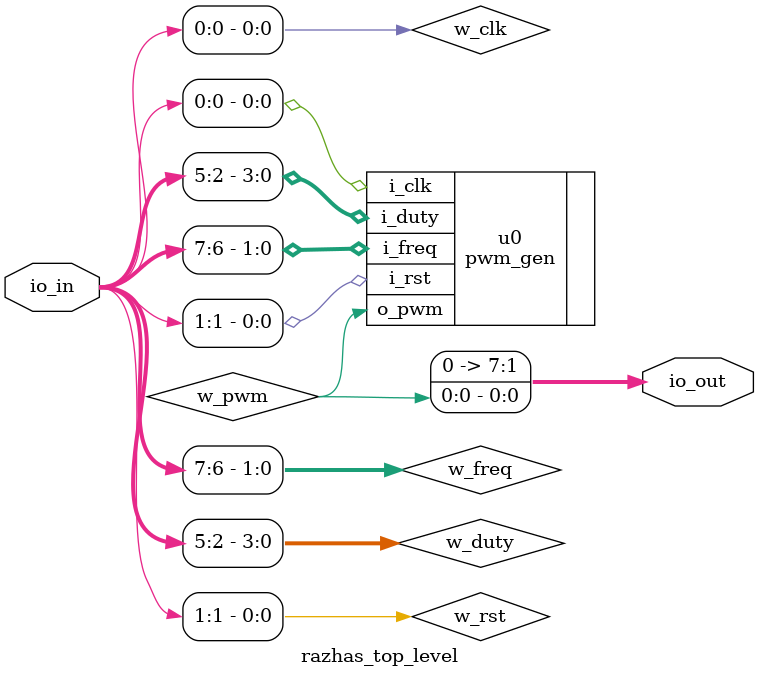
<source format=v>
module razhas_top_level 
  (
    input   [7:0] io_in, 
    output  [7:0] io_out
  );

  wire        w_clk = io_in[0];
  wire        w_rst = io_in[1];
  wire  [3:0] w_duty = io_in[5:2]; // selects pwm signal duty cycle: 0% to 100% in increments of 10%. Values of 11-15 treated as 100%.
  wire  [1:0] w_freq = io_in[7:6]; // selects pwm signal frequency: 156.25 Hz, 312.5 Hz, 625 Hz, or 1250 Hz.
  wire        w_pwm; // pwm signal

  assign io_out = {7'b0000000, w_pwm};

  pwm_gen   u0 (.i_clk(w_clk), .i_rst(w_rst), .i_duty(w_duty), .i_freq(w_freq), .o_pwm(w_pwm));

endmodule
</source>
